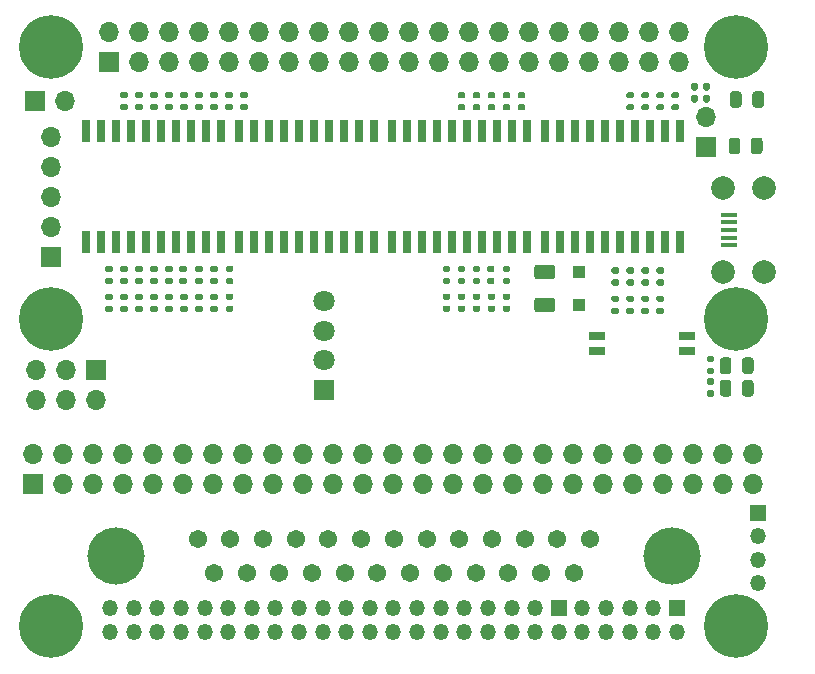
<source format=gts>
G04 #@! TF.GenerationSoftware,KiCad,Pcbnew,(5.1.9-16-g1737927814)-1*
G04 #@! TF.CreationDate,2021-08-01T21:15:59-05:00*
G04 #@! TF.ProjectId,rascsi_2p4,72617363-7369-45f3-9270-342e6b696361,rev?*
G04 #@! TF.SameCoordinates,Original*
G04 #@! TF.FileFunction,Soldermask,Top*
G04 #@! TF.FilePolarity,Negative*
%FSLAX46Y46*%
G04 Gerber Fmt 4.6, Leading zero omitted, Abs format (unit mm)*
G04 Created by KiCad (PCBNEW (5.1.9-16-g1737927814)-1) date 2021-08-01 21:15:59*
%MOMM*%
%LPD*%
G01*
G04 APERTURE LIST*
%ADD10C,1.800000*%
%ADD11R,1.800000X1.800000*%
%ADD12O,1.700000X1.700000*%
%ADD13R,1.700000X1.700000*%
%ADD14C,4.845000*%
%ADD15C,1.545000*%
%ADD16O,1.350000X1.350000*%
%ADD17R,1.350000X1.350000*%
%ADD18R,0.650000X1.950000*%
%ADD19C,2.000000*%
%ADD20R,1.400000X0.400000*%
%ADD21R,1.100000X1.100000*%
%ADD22C,0.800000*%
%ADD23C,5.400000*%
%ADD24R,1.425000X0.750000*%
G04 APERTURE END LIST*
D10*
X201110000Y-67500000D03*
X201110000Y-70000000D03*
X201110000Y-72500000D03*
D11*
X201110000Y-75000000D03*
D12*
X176730000Y-75840000D03*
X176730000Y-73300000D03*
X179270000Y-75840000D03*
X179270000Y-73300000D03*
X181810000Y-75840000D03*
D13*
X181810000Y-73300000D03*
D14*
X183481600Y-89050000D03*
X230521600Y-89050000D03*
D15*
X191766600Y-90470000D03*
X194536600Y-90470000D03*
X197306600Y-90470000D03*
X200076600Y-90470000D03*
X202846600Y-90470000D03*
X205616600Y-90470000D03*
X208386600Y-90470000D03*
X211156600Y-90470000D03*
X213926600Y-90470000D03*
X216696600Y-90470000D03*
X219466600Y-90470000D03*
X222236600Y-90470000D03*
X190381600Y-87630000D03*
X193151600Y-87630000D03*
X195921600Y-87630000D03*
X198691600Y-87630000D03*
X201461600Y-87630000D03*
X204231600Y-87630000D03*
X207001600Y-87630000D03*
X209771600Y-87630000D03*
X212541600Y-87630000D03*
X215311600Y-87630000D03*
X218081600Y-87630000D03*
X220851600Y-87630000D03*
X223621600Y-87630000D03*
D16*
X182972000Y-95488000D03*
X182972000Y-93488000D03*
X184972000Y-95488000D03*
X184972000Y-93488000D03*
X186972000Y-95488000D03*
X186972000Y-93488000D03*
X188972000Y-95488000D03*
X188972000Y-93488000D03*
X190972000Y-95488000D03*
X190972000Y-93488000D03*
X192972000Y-95488000D03*
X192972000Y-93488000D03*
X194972000Y-95488000D03*
X194972000Y-93488000D03*
X196972000Y-95488000D03*
X196972000Y-93488000D03*
X198972000Y-95488000D03*
X198972000Y-93488000D03*
X200972000Y-95488000D03*
X200972000Y-93488000D03*
X202972000Y-95488000D03*
X202972000Y-93488000D03*
X204972000Y-95488000D03*
X204972000Y-93488000D03*
X206972000Y-95488000D03*
X206972000Y-93488000D03*
X208972000Y-95488000D03*
X208972000Y-93488000D03*
X210972000Y-95488000D03*
X210972000Y-93488000D03*
X212972000Y-95488000D03*
X212972000Y-93488000D03*
X214972000Y-95488000D03*
X214972000Y-93488000D03*
X216972000Y-95488000D03*
X216972000Y-93488000D03*
X218972000Y-95488000D03*
X218972000Y-93488000D03*
X220972000Y-95488000D03*
D17*
X220972000Y-93488000D03*
D16*
X222972000Y-95488000D03*
X222972000Y-93488000D03*
X224972000Y-95488000D03*
X224972000Y-93488000D03*
X226972000Y-95488000D03*
X226972000Y-93488000D03*
X228972000Y-95488000D03*
X228972000Y-93488000D03*
X230972000Y-95488000D03*
D17*
X230972000Y-93488000D03*
D16*
X237830000Y-91392000D03*
X237830000Y-89392000D03*
X237830000Y-87392000D03*
D17*
X237830000Y-85392000D03*
G36*
G01*
X233622000Y-73138000D02*
X233992000Y-73138000D01*
G75*
G02*
X234127000Y-73273000I0J-135000D01*
G01*
X234127000Y-73543000D01*
G75*
G02*
X233992000Y-73678000I-135000J0D01*
G01*
X233622000Y-73678000D01*
G75*
G02*
X233487000Y-73543000I0J135000D01*
G01*
X233487000Y-73273000D01*
G75*
G02*
X233622000Y-73138000I135000J0D01*
G01*
G37*
G36*
G01*
X233622000Y-72118000D02*
X233992000Y-72118000D01*
G75*
G02*
X234127000Y-72253000I0J-135000D01*
G01*
X234127000Y-72523000D01*
G75*
G02*
X233992000Y-72658000I-135000J0D01*
G01*
X233622000Y-72658000D01*
G75*
G02*
X233487000Y-72523000I0J135000D01*
G01*
X233487000Y-72253000D01*
G75*
G02*
X233622000Y-72118000I135000J0D01*
G01*
G37*
G36*
G01*
X233622000Y-75043000D02*
X233992000Y-75043000D01*
G75*
G02*
X234127000Y-75178000I0J-135000D01*
G01*
X234127000Y-75448000D01*
G75*
G02*
X233992000Y-75583000I-135000J0D01*
G01*
X233622000Y-75583000D01*
G75*
G02*
X233487000Y-75448000I0J135000D01*
G01*
X233487000Y-75178000D01*
G75*
G02*
X233622000Y-75043000I135000J0D01*
G01*
G37*
G36*
G01*
X233622000Y-74023000D02*
X233992000Y-74023000D01*
G75*
G02*
X234127000Y-74158000I0J-135000D01*
G01*
X234127000Y-74428000D01*
G75*
G02*
X233992000Y-74563000I-135000J0D01*
G01*
X233622000Y-74563000D01*
G75*
G02*
X233487000Y-74428000I0J135000D01*
G01*
X233487000Y-74158000D01*
G75*
G02*
X233622000Y-74023000I135000J0D01*
G01*
G37*
G36*
G01*
X233198500Y-49524500D02*
X233198500Y-49154500D01*
G75*
G02*
X233333500Y-49019500I135000J0D01*
G01*
X233603500Y-49019500D01*
G75*
G02*
X233738500Y-49154500I0J-135000D01*
G01*
X233738500Y-49524500D01*
G75*
G02*
X233603500Y-49659500I-135000J0D01*
G01*
X233333500Y-49659500D01*
G75*
G02*
X233198500Y-49524500I0J135000D01*
G01*
G37*
G36*
G01*
X232178500Y-49524500D02*
X232178500Y-49154500D01*
G75*
G02*
X232313500Y-49019500I135000J0D01*
G01*
X232583500Y-49019500D01*
G75*
G02*
X232718500Y-49154500I0J-135000D01*
G01*
X232718500Y-49524500D01*
G75*
G02*
X232583500Y-49659500I-135000J0D01*
G01*
X232313500Y-49659500D01*
G75*
G02*
X232178500Y-49524500I0J135000D01*
G01*
G37*
G36*
G01*
X233198500Y-50540500D02*
X233198500Y-50170500D01*
G75*
G02*
X233333500Y-50035500I135000J0D01*
G01*
X233603500Y-50035500D01*
G75*
G02*
X233738500Y-50170500I0J-135000D01*
G01*
X233738500Y-50540500D01*
G75*
G02*
X233603500Y-50675500I-135000J0D01*
G01*
X233333500Y-50675500D01*
G75*
G02*
X233198500Y-50540500I0J135000D01*
G01*
G37*
G36*
G01*
X232178500Y-50540500D02*
X232178500Y-50170500D01*
G75*
G02*
X232313500Y-50035500I135000J0D01*
G01*
X232583500Y-50035500D01*
G75*
G02*
X232718500Y-50170500I0J-135000D01*
G01*
X232718500Y-50540500D01*
G75*
G02*
X232583500Y-50675500I-135000J0D01*
G01*
X232313500Y-50675500D01*
G75*
G02*
X232178500Y-50540500I0J135000D01*
G01*
G37*
G36*
G01*
X193282500Y-67387500D02*
X192912500Y-67387500D01*
G75*
G02*
X192777500Y-67252500I0J135000D01*
G01*
X192777500Y-66982500D01*
G75*
G02*
X192912500Y-66847500I135000J0D01*
G01*
X193282500Y-66847500D01*
G75*
G02*
X193417500Y-66982500I0J-135000D01*
G01*
X193417500Y-67252500D01*
G75*
G02*
X193282500Y-67387500I-135000J0D01*
G01*
G37*
G36*
G01*
X193282500Y-68407500D02*
X192912500Y-68407500D01*
G75*
G02*
X192777500Y-68272500I0J135000D01*
G01*
X192777500Y-68002500D01*
G75*
G02*
X192912500Y-67867500I135000J0D01*
G01*
X193282500Y-67867500D01*
G75*
G02*
X193417500Y-68002500I0J-135000D01*
G01*
X193417500Y-68272500D01*
G75*
G02*
X193282500Y-68407500I-135000J0D01*
G01*
G37*
G36*
G01*
X191955000Y-67387500D02*
X191585000Y-67387500D01*
G75*
G02*
X191450000Y-67252500I0J135000D01*
G01*
X191450000Y-66982500D01*
G75*
G02*
X191585000Y-66847500I135000J0D01*
G01*
X191955000Y-66847500D01*
G75*
G02*
X192090000Y-66982500I0J-135000D01*
G01*
X192090000Y-67252500D01*
G75*
G02*
X191955000Y-67387500I-135000J0D01*
G01*
G37*
G36*
G01*
X191955000Y-68407500D02*
X191585000Y-68407500D01*
G75*
G02*
X191450000Y-68272500I0J135000D01*
G01*
X191450000Y-68002500D01*
G75*
G02*
X191585000Y-67867500I135000J0D01*
G01*
X191955000Y-67867500D01*
G75*
G02*
X192090000Y-68002500I0J-135000D01*
G01*
X192090000Y-68272500D01*
G75*
G02*
X191955000Y-68407500I-135000J0D01*
G01*
G37*
G36*
G01*
X190685000Y-67387500D02*
X190315000Y-67387500D01*
G75*
G02*
X190180000Y-67252500I0J135000D01*
G01*
X190180000Y-66982500D01*
G75*
G02*
X190315000Y-66847500I135000J0D01*
G01*
X190685000Y-66847500D01*
G75*
G02*
X190820000Y-66982500I0J-135000D01*
G01*
X190820000Y-67252500D01*
G75*
G02*
X190685000Y-67387500I-135000J0D01*
G01*
G37*
G36*
G01*
X190685000Y-68407500D02*
X190315000Y-68407500D01*
G75*
G02*
X190180000Y-68272500I0J135000D01*
G01*
X190180000Y-68002500D01*
G75*
G02*
X190315000Y-67867500I135000J0D01*
G01*
X190685000Y-67867500D01*
G75*
G02*
X190820000Y-68002500I0J-135000D01*
G01*
X190820000Y-68272500D01*
G75*
G02*
X190685000Y-68407500I-135000J0D01*
G01*
G37*
G36*
G01*
X189415000Y-67387500D02*
X189045000Y-67387500D01*
G75*
G02*
X188910000Y-67252500I0J135000D01*
G01*
X188910000Y-66982500D01*
G75*
G02*
X189045000Y-66847500I135000J0D01*
G01*
X189415000Y-66847500D01*
G75*
G02*
X189550000Y-66982500I0J-135000D01*
G01*
X189550000Y-67252500D01*
G75*
G02*
X189415000Y-67387500I-135000J0D01*
G01*
G37*
G36*
G01*
X189415000Y-68407500D02*
X189045000Y-68407500D01*
G75*
G02*
X188910000Y-68272500I0J135000D01*
G01*
X188910000Y-68002500D01*
G75*
G02*
X189045000Y-67867500I135000J0D01*
G01*
X189415000Y-67867500D01*
G75*
G02*
X189550000Y-68002500I0J-135000D01*
G01*
X189550000Y-68272500D01*
G75*
G02*
X189415000Y-68407500I-135000J0D01*
G01*
G37*
G36*
G01*
X188145000Y-67387500D02*
X187775000Y-67387500D01*
G75*
G02*
X187640000Y-67252500I0J135000D01*
G01*
X187640000Y-66982500D01*
G75*
G02*
X187775000Y-66847500I135000J0D01*
G01*
X188145000Y-66847500D01*
G75*
G02*
X188280000Y-66982500I0J-135000D01*
G01*
X188280000Y-67252500D01*
G75*
G02*
X188145000Y-67387500I-135000J0D01*
G01*
G37*
G36*
G01*
X188145000Y-68407500D02*
X187775000Y-68407500D01*
G75*
G02*
X187640000Y-68272500I0J135000D01*
G01*
X187640000Y-68002500D01*
G75*
G02*
X187775000Y-67867500I135000J0D01*
G01*
X188145000Y-67867500D01*
G75*
G02*
X188280000Y-68002500I0J-135000D01*
G01*
X188280000Y-68272500D01*
G75*
G02*
X188145000Y-68407500I-135000J0D01*
G01*
G37*
G36*
G01*
X186875000Y-67387500D02*
X186505000Y-67387500D01*
G75*
G02*
X186370000Y-67252500I0J135000D01*
G01*
X186370000Y-66982500D01*
G75*
G02*
X186505000Y-66847500I135000J0D01*
G01*
X186875000Y-66847500D01*
G75*
G02*
X187010000Y-66982500I0J-135000D01*
G01*
X187010000Y-67252500D01*
G75*
G02*
X186875000Y-67387500I-135000J0D01*
G01*
G37*
G36*
G01*
X186875000Y-68407500D02*
X186505000Y-68407500D01*
G75*
G02*
X186370000Y-68272500I0J135000D01*
G01*
X186370000Y-68002500D01*
G75*
G02*
X186505000Y-67867500I135000J0D01*
G01*
X186875000Y-67867500D01*
G75*
G02*
X187010000Y-68002500I0J-135000D01*
G01*
X187010000Y-68272500D01*
G75*
G02*
X186875000Y-68407500I-135000J0D01*
G01*
G37*
G36*
G01*
X185605000Y-67387500D02*
X185235000Y-67387500D01*
G75*
G02*
X185100000Y-67252500I0J135000D01*
G01*
X185100000Y-66982500D01*
G75*
G02*
X185235000Y-66847500I135000J0D01*
G01*
X185605000Y-66847500D01*
G75*
G02*
X185740000Y-66982500I0J-135000D01*
G01*
X185740000Y-67252500D01*
G75*
G02*
X185605000Y-67387500I-135000J0D01*
G01*
G37*
G36*
G01*
X185605000Y-68407500D02*
X185235000Y-68407500D01*
G75*
G02*
X185100000Y-68272500I0J135000D01*
G01*
X185100000Y-68002500D01*
G75*
G02*
X185235000Y-67867500I135000J0D01*
G01*
X185605000Y-67867500D01*
G75*
G02*
X185740000Y-68002500I0J-135000D01*
G01*
X185740000Y-68272500D01*
G75*
G02*
X185605000Y-68407500I-135000J0D01*
G01*
G37*
G36*
G01*
X184335000Y-67387500D02*
X183965000Y-67387500D01*
G75*
G02*
X183830000Y-67252500I0J135000D01*
G01*
X183830000Y-66982500D01*
G75*
G02*
X183965000Y-66847500I135000J0D01*
G01*
X184335000Y-66847500D01*
G75*
G02*
X184470000Y-66982500I0J-135000D01*
G01*
X184470000Y-67252500D01*
G75*
G02*
X184335000Y-67387500I-135000J0D01*
G01*
G37*
G36*
G01*
X184335000Y-68407500D02*
X183965000Y-68407500D01*
G75*
G02*
X183830000Y-68272500I0J135000D01*
G01*
X183830000Y-68002500D01*
G75*
G02*
X183965000Y-67867500I135000J0D01*
G01*
X184335000Y-67867500D01*
G75*
G02*
X184470000Y-68002500I0J-135000D01*
G01*
X184470000Y-68272500D01*
G75*
G02*
X184335000Y-68407500I-135000J0D01*
G01*
G37*
G36*
G01*
X183065000Y-67387500D02*
X182695000Y-67387500D01*
G75*
G02*
X182560000Y-67252500I0J135000D01*
G01*
X182560000Y-66982500D01*
G75*
G02*
X182695000Y-66847500I135000J0D01*
G01*
X183065000Y-66847500D01*
G75*
G02*
X183200000Y-66982500I0J-135000D01*
G01*
X183200000Y-67252500D01*
G75*
G02*
X183065000Y-67387500I-135000J0D01*
G01*
G37*
G36*
G01*
X183065000Y-68407500D02*
X182695000Y-68407500D01*
G75*
G02*
X182560000Y-68272500I0J135000D01*
G01*
X182560000Y-68002500D01*
G75*
G02*
X182695000Y-67867500I135000J0D01*
G01*
X183065000Y-67867500D01*
G75*
G02*
X183200000Y-68002500I0J-135000D01*
G01*
X183200000Y-68272500D01*
G75*
G02*
X183065000Y-68407500I-135000J0D01*
G01*
G37*
G36*
G01*
X216720000Y-67387500D02*
X216350000Y-67387500D01*
G75*
G02*
X216215000Y-67252500I0J135000D01*
G01*
X216215000Y-66982500D01*
G75*
G02*
X216350000Y-66847500I135000J0D01*
G01*
X216720000Y-66847500D01*
G75*
G02*
X216855000Y-66982500I0J-135000D01*
G01*
X216855000Y-67252500D01*
G75*
G02*
X216720000Y-67387500I-135000J0D01*
G01*
G37*
G36*
G01*
X216720000Y-68407500D02*
X216350000Y-68407500D01*
G75*
G02*
X216215000Y-68272500I0J135000D01*
G01*
X216215000Y-68002500D01*
G75*
G02*
X216350000Y-67867500I135000J0D01*
G01*
X216720000Y-67867500D01*
G75*
G02*
X216855000Y-68002500I0J-135000D01*
G01*
X216855000Y-68272500D01*
G75*
G02*
X216720000Y-68407500I-135000J0D01*
G01*
G37*
G36*
G01*
X215450000Y-67387500D02*
X215080000Y-67387500D01*
G75*
G02*
X214945000Y-67252500I0J135000D01*
G01*
X214945000Y-66982500D01*
G75*
G02*
X215080000Y-66847500I135000J0D01*
G01*
X215450000Y-66847500D01*
G75*
G02*
X215585000Y-66982500I0J-135000D01*
G01*
X215585000Y-67252500D01*
G75*
G02*
X215450000Y-67387500I-135000J0D01*
G01*
G37*
G36*
G01*
X215450000Y-68407500D02*
X215080000Y-68407500D01*
G75*
G02*
X214945000Y-68272500I0J135000D01*
G01*
X214945000Y-68002500D01*
G75*
G02*
X215080000Y-67867500I135000J0D01*
G01*
X215450000Y-67867500D01*
G75*
G02*
X215585000Y-68002500I0J-135000D01*
G01*
X215585000Y-68272500D01*
G75*
G02*
X215450000Y-68407500I-135000J0D01*
G01*
G37*
G36*
G01*
X214180000Y-67387500D02*
X213810000Y-67387500D01*
G75*
G02*
X213675000Y-67252500I0J135000D01*
G01*
X213675000Y-66982500D01*
G75*
G02*
X213810000Y-66847500I135000J0D01*
G01*
X214180000Y-66847500D01*
G75*
G02*
X214315000Y-66982500I0J-135000D01*
G01*
X214315000Y-67252500D01*
G75*
G02*
X214180000Y-67387500I-135000J0D01*
G01*
G37*
G36*
G01*
X214180000Y-68407500D02*
X213810000Y-68407500D01*
G75*
G02*
X213675000Y-68272500I0J135000D01*
G01*
X213675000Y-68002500D01*
G75*
G02*
X213810000Y-67867500I135000J0D01*
G01*
X214180000Y-67867500D01*
G75*
G02*
X214315000Y-68002500I0J-135000D01*
G01*
X214315000Y-68272500D01*
G75*
G02*
X214180000Y-68407500I-135000J0D01*
G01*
G37*
G36*
G01*
X212910000Y-67387500D02*
X212540000Y-67387500D01*
G75*
G02*
X212405000Y-67252500I0J135000D01*
G01*
X212405000Y-66982500D01*
G75*
G02*
X212540000Y-66847500I135000J0D01*
G01*
X212910000Y-66847500D01*
G75*
G02*
X213045000Y-66982500I0J-135000D01*
G01*
X213045000Y-67252500D01*
G75*
G02*
X212910000Y-67387500I-135000J0D01*
G01*
G37*
G36*
G01*
X212910000Y-68407500D02*
X212540000Y-68407500D01*
G75*
G02*
X212405000Y-68272500I0J135000D01*
G01*
X212405000Y-68002500D01*
G75*
G02*
X212540000Y-67867500I135000J0D01*
G01*
X212910000Y-67867500D01*
G75*
G02*
X213045000Y-68002500I0J-135000D01*
G01*
X213045000Y-68272500D01*
G75*
G02*
X212910000Y-68407500I-135000J0D01*
G01*
G37*
G36*
G01*
X211640000Y-67387500D02*
X211270000Y-67387500D01*
G75*
G02*
X211135000Y-67252500I0J135000D01*
G01*
X211135000Y-66982500D01*
G75*
G02*
X211270000Y-66847500I135000J0D01*
G01*
X211640000Y-66847500D01*
G75*
G02*
X211775000Y-66982500I0J-135000D01*
G01*
X211775000Y-67252500D01*
G75*
G02*
X211640000Y-67387500I-135000J0D01*
G01*
G37*
G36*
G01*
X211640000Y-68407500D02*
X211270000Y-68407500D01*
G75*
G02*
X211135000Y-68272500I0J135000D01*
G01*
X211135000Y-68002500D01*
G75*
G02*
X211270000Y-67867500I135000J0D01*
G01*
X211640000Y-67867500D01*
G75*
G02*
X211775000Y-68002500I0J-135000D01*
G01*
X211775000Y-68272500D01*
G75*
G02*
X211640000Y-68407500I-135000J0D01*
G01*
G37*
G36*
G01*
X229737500Y-67562501D02*
X229367500Y-67562501D01*
G75*
G02*
X229232500Y-67427501I0J135000D01*
G01*
X229232500Y-67157501D01*
G75*
G02*
X229367500Y-67022501I135000J0D01*
G01*
X229737500Y-67022501D01*
G75*
G02*
X229872500Y-67157501I0J-135000D01*
G01*
X229872500Y-67427501D01*
G75*
G02*
X229737500Y-67562501I-135000J0D01*
G01*
G37*
G36*
G01*
X229737500Y-68582501D02*
X229367500Y-68582501D01*
G75*
G02*
X229232500Y-68447501I0J135000D01*
G01*
X229232500Y-68177501D01*
G75*
G02*
X229367500Y-68042501I135000J0D01*
G01*
X229737500Y-68042501D01*
G75*
G02*
X229872500Y-68177501I0J-135000D01*
G01*
X229872500Y-68447501D01*
G75*
G02*
X229737500Y-68582501I-135000J0D01*
G01*
G37*
G36*
G01*
X228467500Y-67562501D02*
X228097500Y-67562501D01*
G75*
G02*
X227962500Y-67427501I0J135000D01*
G01*
X227962500Y-67157501D01*
G75*
G02*
X228097500Y-67022501I135000J0D01*
G01*
X228467500Y-67022501D01*
G75*
G02*
X228602500Y-67157501I0J-135000D01*
G01*
X228602500Y-67427501D01*
G75*
G02*
X228467500Y-67562501I-135000J0D01*
G01*
G37*
G36*
G01*
X228467500Y-68582501D02*
X228097500Y-68582501D01*
G75*
G02*
X227962500Y-68447501I0J135000D01*
G01*
X227962500Y-68177501D01*
G75*
G02*
X228097500Y-68042501I135000J0D01*
G01*
X228467500Y-68042501D01*
G75*
G02*
X228602500Y-68177501I0J-135000D01*
G01*
X228602500Y-68447501D01*
G75*
G02*
X228467500Y-68582501I-135000J0D01*
G01*
G37*
G36*
G01*
X227197500Y-67562501D02*
X226827500Y-67562501D01*
G75*
G02*
X226692500Y-67427501I0J135000D01*
G01*
X226692500Y-67157501D01*
G75*
G02*
X226827500Y-67022501I135000J0D01*
G01*
X227197500Y-67022501D01*
G75*
G02*
X227332500Y-67157501I0J-135000D01*
G01*
X227332500Y-67427501D01*
G75*
G02*
X227197500Y-67562501I-135000J0D01*
G01*
G37*
G36*
G01*
X227197500Y-68582501D02*
X226827500Y-68582501D01*
G75*
G02*
X226692500Y-68447501I0J135000D01*
G01*
X226692500Y-68177501D01*
G75*
G02*
X226827500Y-68042501I135000J0D01*
G01*
X227197500Y-68042501D01*
G75*
G02*
X227332500Y-68177501I0J-135000D01*
G01*
X227332500Y-68447501D01*
G75*
G02*
X227197500Y-68582501I-135000J0D01*
G01*
G37*
G36*
G01*
X225927500Y-67562501D02*
X225557500Y-67562501D01*
G75*
G02*
X225422500Y-67427501I0J135000D01*
G01*
X225422500Y-67157501D01*
G75*
G02*
X225557500Y-67022501I135000J0D01*
G01*
X225927500Y-67022501D01*
G75*
G02*
X226062500Y-67157501I0J-135000D01*
G01*
X226062500Y-67427501D01*
G75*
G02*
X225927500Y-67562501I-135000J0D01*
G01*
G37*
G36*
G01*
X225927500Y-68582501D02*
X225557500Y-68582501D01*
G75*
G02*
X225422500Y-68447501I0J135000D01*
G01*
X225422500Y-68177501D01*
G75*
G02*
X225557500Y-68042501I135000J0D01*
G01*
X225927500Y-68042501D01*
G75*
G02*
X226062500Y-68177501I0J-135000D01*
G01*
X226062500Y-68447501D01*
G75*
G02*
X225927500Y-68582501I-135000J0D01*
G01*
G37*
G36*
G01*
X192912500Y-65518000D02*
X193282500Y-65518000D01*
G75*
G02*
X193417500Y-65653000I0J-135000D01*
G01*
X193417500Y-65923000D01*
G75*
G02*
X193282500Y-66058000I-135000J0D01*
G01*
X192912500Y-66058000D01*
G75*
G02*
X192777500Y-65923000I0J135000D01*
G01*
X192777500Y-65653000D01*
G75*
G02*
X192912500Y-65518000I135000J0D01*
G01*
G37*
G36*
G01*
X192912500Y-64498000D02*
X193282500Y-64498000D01*
G75*
G02*
X193417500Y-64633000I0J-135000D01*
G01*
X193417500Y-64903000D01*
G75*
G02*
X193282500Y-65038000I-135000J0D01*
G01*
X192912500Y-65038000D01*
G75*
G02*
X192777500Y-64903000I0J135000D01*
G01*
X192777500Y-64633000D01*
G75*
G02*
X192912500Y-64498000I135000J0D01*
G01*
G37*
G36*
G01*
X191585000Y-65518000D02*
X191955000Y-65518000D01*
G75*
G02*
X192090000Y-65653000I0J-135000D01*
G01*
X192090000Y-65923000D01*
G75*
G02*
X191955000Y-66058000I-135000J0D01*
G01*
X191585000Y-66058000D01*
G75*
G02*
X191450000Y-65923000I0J135000D01*
G01*
X191450000Y-65653000D01*
G75*
G02*
X191585000Y-65518000I135000J0D01*
G01*
G37*
G36*
G01*
X191585000Y-64498000D02*
X191955000Y-64498000D01*
G75*
G02*
X192090000Y-64633000I0J-135000D01*
G01*
X192090000Y-64903000D01*
G75*
G02*
X191955000Y-65038000I-135000J0D01*
G01*
X191585000Y-65038000D01*
G75*
G02*
X191450000Y-64903000I0J135000D01*
G01*
X191450000Y-64633000D01*
G75*
G02*
X191585000Y-64498000I135000J0D01*
G01*
G37*
G36*
G01*
X190315000Y-65518000D02*
X190685000Y-65518000D01*
G75*
G02*
X190820000Y-65653000I0J-135000D01*
G01*
X190820000Y-65923000D01*
G75*
G02*
X190685000Y-66058000I-135000J0D01*
G01*
X190315000Y-66058000D01*
G75*
G02*
X190180000Y-65923000I0J135000D01*
G01*
X190180000Y-65653000D01*
G75*
G02*
X190315000Y-65518000I135000J0D01*
G01*
G37*
G36*
G01*
X190315000Y-64498000D02*
X190685000Y-64498000D01*
G75*
G02*
X190820000Y-64633000I0J-135000D01*
G01*
X190820000Y-64903000D01*
G75*
G02*
X190685000Y-65038000I-135000J0D01*
G01*
X190315000Y-65038000D01*
G75*
G02*
X190180000Y-64903000I0J135000D01*
G01*
X190180000Y-64633000D01*
G75*
G02*
X190315000Y-64498000I135000J0D01*
G01*
G37*
G36*
G01*
X188981500Y-65518000D02*
X189351500Y-65518000D01*
G75*
G02*
X189486500Y-65653000I0J-135000D01*
G01*
X189486500Y-65923000D01*
G75*
G02*
X189351500Y-66058000I-135000J0D01*
G01*
X188981500Y-66058000D01*
G75*
G02*
X188846500Y-65923000I0J135000D01*
G01*
X188846500Y-65653000D01*
G75*
G02*
X188981500Y-65518000I135000J0D01*
G01*
G37*
G36*
G01*
X188981500Y-64498000D02*
X189351500Y-64498000D01*
G75*
G02*
X189486500Y-64633000I0J-135000D01*
G01*
X189486500Y-64903000D01*
G75*
G02*
X189351500Y-65038000I-135000J0D01*
G01*
X188981500Y-65038000D01*
G75*
G02*
X188846500Y-64903000I0J135000D01*
G01*
X188846500Y-64633000D01*
G75*
G02*
X188981500Y-64498000I135000J0D01*
G01*
G37*
G36*
G01*
X187775000Y-65518000D02*
X188145000Y-65518000D01*
G75*
G02*
X188280000Y-65653000I0J-135000D01*
G01*
X188280000Y-65923000D01*
G75*
G02*
X188145000Y-66058000I-135000J0D01*
G01*
X187775000Y-66058000D01*
G75*
G02*
X187640000Y-65923000I0J135000D01*
G01*
X187640000Y-65653000D01*
G75*
G02*
X187775000Y-65518000I135000J0D01*
G01*
G37*
G36*
G01*
X187775000Y-64498000D02*
X188145000Y-64498000D01*
G75*
G02*
X188280000Y-64633000I0J-135000D01*
G01*
X188280000Y-64903000D01*
G75*
G02*
X188145000Y-65038000I-135000J0D01*
G01*
X187775000Y-65038000D01*
G75*
G02*
X187640000Y-64903000I0J135000D01*
G01*
X187640000Y-64633000D01*
G75*
G02*
X187775000Y-64498000I135000J0D01*
G01*
G37*
G36*
G01*
X186505000Y-65518000D02*
X186875000Y-65518000D01*
G75*
G02*
X187010000Y-65653000I0J-135000D01*
G01*
X187010000Y-65923000D01*
G75*
G02*
X186875000Y-66058000I-135000J0D01*
G01*
X186505000Y-66058000D01*
G75*
G02*
X186370000Y-65923000I0J135000D01*
G01*
X186370000Y-65653000D01*
G75*
G02*
X186505000Y-65518000I135000J0D01*
G01*
G37*
G36*
G01*
X186505000Y-64498000D02*
X186875000Y-64498000D01*
G75*
G02*
X187010000Y-64633000I0J-135000D01*
G01*
X187010000Y-64903000D01*
G75*
G02*
X186875000Y-65038000I-135000J0D01*
G01*
X186505000Y-65038000D01*
G75*
G02*
X186370000Y-64903000I0J135000D01*
G01*
X186370000Y-64633000D01*
G75*
G02*
X186505000Y-64498000I135000J0D01*
G01*
G37*
G36*
G01*
X185235000Y-65518000D02*
X185605000Y-65518000D01*
G75*
G02*
X185740000Y-65653000I0J-135000D01*
G01*
X185740000Y-65923000D01*
G75*
G02*
X185605000Y-66058000I-135000J0D01*
G01*
X185235000Y-66058000D01*
G75*
G02*
X185100000Y-65923000I0J135000D01*
G01*
X185100000Y-65653000D01*
G75*
G02*
X185235000Y-65518000I135000J0D01*
G01*
G37*
G36*
G01*
X185235000Y-64498000D02*
X185605000Y-64498000D01*
G75*
G02*
X185740000Y-64633000I0J-135000D01*
G01*
X185740000Y-64903000D01*
G75*
G02*
X185605000Y-65038000I-135000J0D01*
G01*
X185235000Y-65038000D01*
G75*
G02*
X185100000Y-64903000I0J135000D01*
G01*
X185100000Y-64633000D01*
G75*
G02*
X185235000Y-64498000I135000J0D01*
G01*
G37*
G36*
G01*
X183965000Y-65518000D02*
X184335000Y-65518000D01*
G75*
G02*
X184470000Y-65653000I0J-135000D01*
G01*
X184470000Y-65923000D01*
G75*
G02*
X184335000Y-66058000I-135000J0D01*
G01*
X183965000Y-66058000D01*
G75*
G02*
X183830000Y-65923000I0J135000D01*
G01*
X183830000Y-65653000D01*
G75*
G02*
X183965000Y-65518000I135000J0D01*
G01*
G37*
G36*
G01*
X183965000Y-64498000D02*
X184335000Y-64498000D01*
G75*
G02*
X184470000Y-64633000I0J-135000D01*
G01*
X184470000Y-64903000D01*
G75*
G02*
X184335000Y-65038000I-135000J0D01*
G01*
X183965000Y-65038000D01*
G75*
G02*
X183830000Y-64903000I0J135000D01*
G01*
X183830000Y-64633000D01*
G75*
G02*
X183965000Y-64498000I135000J0D01*
G01*
G37*
G36*
G01*
X182695000Y-65518000D02*
X183065000Y-65518000D01*
G75*
G02*
X183200000Y-65653000I0J-135000D01*
G01*
X183200000Y-65923000D01*
G75*
G02*
X183065000Y-66058000I-135000J0D01*
G01*
X182695000Y-66058000D01*
G75*
G02*
X182560000Y-65923000I0J135000D01*
G01*
X182560000Y-65653000D01*
G75*
G02*
X182695000Y-65518000I135000J0D01*
G01*
G37*
G36*
G01*
X182695000Y-64498000D02*
X183065000Y-64498000D01*
G75*
G02*
X183200000Y-64633000I0J-135000D01*
G01*
X183200000Y-64903000D01*
G75*
G02*
X183065000Y-65038000I-135000J0D01*
G01*
X182695000Y-65038000D01*
G75*
G02*
X182560000Y-64903000I0J135000D01*
G01*
X182560000Y-64633000D01*
G75*
G02*
X182695000Y-64498000I135000J0D01*
G01*
G37*
G36*
G01*
X216350000Y-65518000D02*
X216720000Y-65518000D01*
G75*
G02*
X216855000Y-65653000I0J-135000D01*
G01*
X216855000Y-65923000D01*
G75*
G02*
X216720000Y-66058000I-135000J0D01*
G01*
X216350000Y-66058000D01*
G75*
G02*
X216215000Y-65923000I0J135000D01*
G01*
X216215000Y-65653000D01*
G75*
G02*
X216350000Y-65518000I135000J0D01*
G01*
G37*
G36*
G01*
X216350000Y-64498000D02*
X216720000Y-64498000D01*
G75*
G02*
X216855000Y-64633000I0J-135000D01*
G01*
X216855000Y-64903000D01*
G75*
G02*
X216720000Y-65038000I-135000J0D01*
G01*
X216350000Y-65038000D01*
G75*
G02*
X216215000Y-64903000I0J135000D01*
G01*
X216215000Y-64633000D01*
G75*
G02*
X216350000Y-64498000I135000J0D01*
G01*
G37*
G36*
G01*
X215016500Y-65518000D02*
X215386500Y-65518000D01*
G75*
G02*
X215521500Y-65653000I0J-135000D01*
G01*
X215521500Y-65923000D01*
G75*
G02*
X215386500Y-66058000I-135000J0D01*
G01*
X215016500Y-66058000D01*
G75*
G02*
X214881500Y-65923000I0J135000D01*
G01*
X214881500Y-65653000D01*
G75*
G02*
X215016500Y-65518000I135000J0D01*
G01*
G37*
G36*
G01*
X215016500Y-64498000D02*
X215386500Y-64498000D01*
G75*
G02*
X215521500Y-64633000I0J-135000D01*
G01*
X215521500Y-64903000D01*
G75*
G02*
X215386500Y-65038000I-135000J0D01*
G01*
X215016500Y-65038000D01*
G75*
G02*
X214881500Y-64903000I0J135000D01*
G01*
X214881500Y-64633000D01*
G75*
G02*
X215016500Y-64498000I135000J0D01*
G01*
G37*
G36*
G01*
X213810000Y-65518000D02*
X214180000Y-65518000D01*
G75*
G02*
X214315000Y-65653000I0J-135000D01*
G01*
X214315000Y-65923000D01*
G75*
G02*
X214180000Y-66058000I-135000J0D01*
G01*
X213810000Y-66058000D01*
G75*
G02*
X213675000Y-65923000I0J135000D01*
G01*
X213675000Y-65653000D01*
G75*
G02*
X213810000Y-65518000I135000J0D01*
G01*
G37*
G36*
G01*
X213810000Y-64498000D02*
X214180000Y-64498000D01*
G75*
G02*
X214315000Y-64633000I0J-135000D01*
G01*
X214315000Y-64903000D01*
G75*
G02*
X214180000Y-65038000I-135000J0D01*
G01*
X213810000Y-65038000D01*
G75*
G02*
X213675000Y-64903000I0J135000D01*
G01*
X213675000Y-64633000D01*
G75*
G02*
X213810000Y-64498000I135000J0D01*
G01*
G37*
G36*
G01*
X212540000Y-65518000D02*
X212910000Y-65518000D01*
G75*
G02*
X213045000Y-65653000I0J-135000D01*
G01*
X213045000Y-65923000D01*
G75*
G02*
X212910000Y-66058000I-135000J0D01*
G01*
X212540000Y-66058000D01*
G75*
G02*
X212405000Y-65923000I0J135000D01*
G01*
X212405000Y-65653000D01*
G75*
G02*
X212540000Y-65518000I135000J0D01*
G01*
G37*
G36*
G01*
X212540000Y-64498000D02*
X212910000Y-64498000D01*
G75*
G02*
X213045000Y-64633000I0J-135000D01*
G01*
X213045000Y-64903000D01*
G75*
G02*
X212910000Y-65038000I-135000J0D01*
G01*
X212540000Y-65038000D01*
G75*
G02*
X212405000Y-64903000I0J135000D01*
G01*
X212405000Y-64633000D01*
G75*
G02*
X212540000Y-64498000I135000J0D01*
G01*
G37*
G36*
G01*
X211270000Y-65518000D02*
X211640000Y-65518000D01*
G75*
G02*
X211775000Y-65653000I0J-135000D01*
G01*
X211775000Y-65923000D01*
G75*
G02*
X211640000Y-66058000I-135000J0D01*
G01*
X211270000Y-66058000D01*
G75*
G02*
X211135000Y-65923000I0J135000D01*
G01*
X211135000Y-65653000D01*
G75*
G02*
X211270000Y-65518000I135000J0D01*
G01*
G37*
G36*
G01*
X211270000Y-64498000D02*
X211640000Y-64498000D01*
G75*
G02*
X211775000Y-64633000I0J-135000D01*
G01*
X211775000Y-64903000D01*
G75*
G02*
X211640000Y-65038000I-135000J0D01*
G01*
X211270000Y-65038000D01*
G75*
G02*
X211135000Y-64903000I0J135000D01*
G01*
X211135000Y-64633000D01*
G75*
G02*
X211270000Y-64498000I135000J0D01*
G01*
G37*
G36*
G01*
X229367500Y-65645000D02*
X229737500Y-65645000D01*
G75*
G02*
X229872500Y-65780000I0J-135000D01*
G01*
X229872500Y-66050000D01*
G75*
G02*
X229737500Y-66185000I-135000J0D01*
G01*
X229367500Y-66185000D01*
G75*
G02*
X229232500Y-66050000I0J135000D01*
G01*
X229232500Y-65780000D01*
G75*
G02*
X229367500Y-65645000I135000J0D01*
G01*
G37*
G36*
G01*
X229367500Y-64625000D02*
X229737500Y-64625000D01*
G75*
G02*
X229872500Y-64760000I0J-135000D01*
G01*
X229872500Y-65030000D01*
G75*
G02*
X229737500Y-65165000I-135000J0D01*
G01*
X229367500Y-65165000D01*
G75*
G02*
X229232500Y-65030000I0J135000D01*
G01*
X229232500Y-64760000D01*
G75*
G02*
X229367500Y-64625000I135000J0D01*
G01*
G37*
G36*
G01*
X228097500Y-65645000D02*
X228467500Y-65645000D01*
G75*
G02*
X228602500Y-65780000I0J-135000D01*
G01*
X228602500Y-66050000D01*
G75*
G02*
X228467500Y-66185000I-135000J0D01*
G01*
X228097500Y-66185000D01*
G75*
G02*
X227962500Y-66050000I0J135000D01*
G01*
X227962500Y-65780000D01*
G75*
G02*
X228097500Y-65645000I135000J0D01*
G01*
G37*
G36*
G01*
X228097500Y-64625000D02*
X228467500Y-64625000D01*
G75*
G02*
X228602500Y-64760000I0J-135000D01*
G01*
X228602500Y-65030000D01*
G75*
G02*
X228467500Y-65165000I-135000J0D01*
G01*
X228097500Y-65165000D01*
G75*
G02*
X227962500Y-65030000I0J135000D01*
G01*
X227962500Y-64760000D01*
G75*
G02*
X228097500Y-64625000I135000J0D01*
G01*
G37*
G36*
G01*
X226827500Y-65645000D02*
X227197500Y-65645000D01*
G75*
G02*
X227332500Y-65780000I0J-135000D01*
G01*
X227332500Y-66050000D01*
G75*
G02*
X227197500Y-66185000I-135000J0D01*
G01*
X226827500Y-66185000D01*
G75*
G02*
X226692500Y-66050000I0J135000D01*
G01*
X226692500Y-65780000D01*
G75*
G02*
X226827500Y-65645000I135000J0D01*
G01*
G37*
G36*
G01*
X226827500Y-64625000D02*
X227197500Y-64625000D01*
G75*
G02*
X227332500Y-64760000I0J-135000D01*
G01*
X227332500Y-65030000D01*
G75*
G02*
X227197500Y-65165000I-135000J0D01*
G01*
X226827500Y-65165000D01*
G75*
G02*
X226692500Y-65030000I0J135000D01*
G01*
X226692500Y-64760000D01*
G75*
G02*
X226827500Y-64625000I135000J0D01*
G01*
G37*
G36*
G01*
X225557500Y-65645000D02*
X225927500Y-65645000D01*
G75*
G02*
X226062500Y-65780000I0J-135000D01*
G01*
X226062500Y-66050000D01*
G75*
G02*
X225927500Y-66185000I-135000J0D01*
G01*
X225557500Y-66185000D01*
G75*
G02*
X225422500Y-66050000I0J135000D01*
G01*
X225422500Y-65780000D01*
G75*
G02*
X225557500Y-65645000I135000J0D01*
G01*
G37*
G36*
G01*
X225557500Y-64625000D02*
X225927500Y-64625000D01*
G75*
G02*
X226062500Y-64760000I0J-135000D01*
G01*
X226062500Y-65030000D01*
G75*
G02*
X225927500Y-65165000I-135000J0D01*
G01*
X225557500Y-65165000D01*
G75*
G02*
X225422500Y-65030000I0J135000D01*
G01*
X225422500Y-64760000D01*
G75*
G02*
X225557500Y-64625000I135000J0D01*
G01*
G37*
G36*
G01*
X194125000Y-50809000D02*
X194495000Y-50809000D01*
G75*
G02*
X194630000Y-50944000I0J-135000D01*
G01*
X194630000Y-51214000D01*
G75*
G02*
X194495000Y-51349000I-135000J0D01*
G01*
X194125000Y-51349000D01*
G75*
G02*
X193990000Y-51214000I0J135000D01*
G01*
X193990000Y-50944000D01*
G75*
G02*
X194125000Y-50809000I135000J0D01*
G01*
G37*
G36*
G01*
X194125000Y-49789000D02*
X194495000Y-49789000D01*
G75*
G02*
X194630000Y-49924000I0J-135000D01*
G01*
X194630000Y-50194000D01*
G75*
G02*
X194495000Y-50329000I-135000J0D01*
G01*
X194125000Y-50329000D01*
G75*
G02*
X193990000Y-50194000I0J135000D01*
G01*
X193990000Y-49924000D01*
G75*
G02*
X194125000Y-49789000I135000J0D01*
G01*
G37*
G36*
G01*
X192855000Y-50809000D02*
X193225000Y-50809000D01*
G75*
G02*
X193360000Y-50944000I0J-135000D01*
G01*
X193360000Y-51214000D01*
G75*
G02*
X193225000Y-51349000I-135000J0D01*
G01*
X192855000Y-51349000D01*
G75*
G02*
X192720000Y-51214000I0J135000D01*
G01*
X192720000Y-50944000D01*
G75*
G02*
X192855000Y-50809000I135000J0D01*
G01*
G37*
G36*
G01*
X192855000Y-49789000D02*
X193225000Y-49789000D01*
G75*
G02*
X193360000Y-49924000I0J-135000D01*
G01*
X193360000Y-50194000D01*
G75*
G02*
X193225000Y-50329000I-135000J0D01*
G01*
X192855000Y-50329000D01*
G75*
G02*
X192720000Y-50194000I0J135000D01*
G01*
X192720000Y-49924000D01*
G75*
G02*
X192855000Y-49789000I135000J0D01*
G01*
G37*
G36*
G01*
X191585000Y-50809000D02*
X191955000Y-50809000D01*
G75*
G02*
X192090000Y-50944000I0J-135000D01*
G01*
X192090000Y-51214000D01*
G75*
G02*
X191955000Y-51349000I-135000J0D01*
G01*
X191585000Y-51349000D01*
G75*
G02*
X191450000Y-51214000I0J135000D01*
G01*
X191450000Y-50944000D01*
G75*
G02*
X191585000Y-50809000I135000J0D01*
G01*
G37*
G36*
G01*
X191585000Y-49789000D02*
X191955000Y-49789000D01*
G75*
G02*
X192090000Y-49924000I0J-135000D01*
G01*
X192090000Y-50194000D01*
G75*
G02*
X191955000Y-50329000I-135000J0D01*
G01*
X191585000Y-50329000D01*
G75*
G02*
X191450000Y-50194000I0J135000D01*
G01*
X191450000Y-49924000D01*
G75*
G02*
X191585000Y-49789000I135000J0D01*
G01*
G37*
G36*
G01*
X190315000Y-50809000D02*
X190685000Y-50809000D01*
G75*
G02*
X190820000Y-50944000I0J-135000D01*
G01*
X190820000Y-51214000D01*
G75*
G02*
X190685000Y-51349000I-135000J0D01*
G01*
X190315000Y-51349000D01*
G75*
G02*
X190180000Y-51214000I0J135000D01*
G01*
X190180000Y-50944000D01*
G75*
G02*
X190315000Y-50809000I135000J0D01*
G01*
G37*
G36*
G01*
X190315000Y-49789000D02*
X190685000Y-49789000D01*
G75*
G02*
X190820000Y-49924000I0J-135000D01*
G01*
X190820000Y-50194000D01*
G75*
G02*
X190685000Y-50329000I-135000J0D01*
G01*
X190315000Y-50329000D01*
G75*
G02*
X190180000Y-50194000I0J135000D01*
G01*
X190180000Y-49924000D01*
G75*
G02*
X190315000Y-49789000I135000J0D01*
G01*
G37*
G36*
G01*
X189045000Y-50809000D02*
X189415000Y-50809000D01*
G75*
G02*
X189550000Y-50944000I0J-135000D01*
G01*
X189550000Y-51214000D01*
G75*
G02*
X189415000Y-51349000I-135000J0D01*
G01*
X189045000Y-51349000D01*
G75*
G02*
X188910000Y-51214000I0J135000D01*
G01*
X188910000Y-50944000D01*
G75*
G02*
X189045000Y-50809000I135000J0D01*
G01*
G37*
G36*
G01*
X189045000Y-49789000D02*
X189415000Y-49789000D01*
G75*
G02*
X189550000Y-49924000I0J-135000D01*
G01*
X189550000Y-50194000D01*
G75*
G02*
X189415000Y-50329000I-135000J0D01*
G01*
X189045000Y-50329000D01*
G75*
G02*
X188910000Y-50194000I0J135000D01*
G01*
X188910000Y-49924000D01*
G75*
G02*
X189045000Y-49789000I135000J0D01*
G01*
G37*
G36*
G01*
X187775000Y-50809000D02*
X188145000Y-50809000D01*
G75*
G02*
X188280000Y-50944000I0J-135000D01*
G01*
X188280000Y-51214000D01*
G75*
G02*
X188145000Y-51349000I-135000J0D01*
G01*
X187775000Y-51349000D01*
G75*
G02*
X187640000Y-51214000I0J135000D01*
G01*
X187640000Y-50944000D01*
G75*
G02*
X187775000Y-50809000I135000J0D01*
G01*
G37*
G36*
G01*
X187775000Y-49789000D02*
X188145000Y-49789000D01*
G75*
G02*
X188280000Y-49924000I0J-135000D01*
G01*
X188280000Y-50194000D01*
G75*
G02*
X188145000Y-50329000I-135000J0D01*
G01*
X187775000Y-50329000D01*
G75*
G02*
X187640000Y-50194000I0J135000D01*
G01*
X187640000Y-49924000D01*
G75*
G02*
X187775000Y-49789000I135000J0D01*
G01*
G37*
G36*
G01*
X186505000Y-50809000D02*
X186875000Y-50809000D01*
G75*
G02*
X187010000Y-50944000I0J-135000D01*
G01*
X187010000Y-51214000D01*
G75*
G02*
X186875000Y-51349000I-135000J0D01*
G01*
X186505000Y-51349000D01*
G75*
G02*
X186370000Y-51214000I0J135000D01*
G01*
X186370000Y-50944000D01*
G75*
G02*
X186505000Y-50809000I135000J0D01*
G01*
G37*
G36*
G01*
X186505000Y-49789000D02*
X186875000Y-49789000D01*
G75*
G02*
X187010000Y-49924000I0J-135000D01*
G01*
X187010000Y-50194000D01*
G75*
G02*
X186875000Y-50329000I-135000J0D01*
G01*
X186505000Y-50329000D01*
G75*
G02*
X186370000Y-50194000I0J135000D01*
G01*
X186370000Y-49924000D01*
G75*
G02*
X186505000Y-49789000I135000J0D01*
G01*
G37*
G36*
G01*
X185235000Y-50809000D02*
X185605000Y-50809000D01*
G75*
G02*
X185740000Y-50944000I0J-135000D01*
G01*
X185740000Y-51214000D01*
G75*
G02*
X185605000Y-51349000I-135000J0D01*
G01*
X185235000Y-51349000D01*
G75*
G02*
X185100000Y-51214000I0J135000D01*
G01*
X185100000Y-50944000D01*
G75*
G02*
X185235000Y-50809000I135000J0D01*
G01*
G37*
G36*
G01*
X185235000Y-49789000D02*
X185605000Y-49789000D01*
G75*
G02*
X185740000Y-49924000I0J-135000D01*
G01*
X185740000Y-50194000D01*
G75*
G02*
X185605000Y-50329000I-135000J0D01*
G01*
X185235000Y-50329000D01*
G75*
G02*
X185100000Y-50194000I0J135000D01*
G01*
X185100000Y-49924000D01*
G75*
G02*
X185235000Y-49789000I135000J0D01*
G01*
G37*
G36*
G01*
X183965000Y-50809000D02*
X184335000Y-50809000D01*
G75*
G02*
X184470000Y-50944000I0J-135000D01*
G01*
X184470000Y-51214000D01*
G75*
G02*
X184335000Y-51349000I-135000J0D01*
G01*
X183965000Y-51349000D01*
G75*
G02*
X183830000Y-51214000I0J135000D01*
G01*
X183830000Y-50944000D01*
G75*
G02*
X183965000Y-50809000I135000J0D01*
G01*
G37*
G36*
G01*
X183965000Y-49789000D02*
X184335000Y-49789000D01*
G75*
G02*
X184470000Y-49924000I0J-135000D01*
G01*
X184470000Y-50194000D01*
G75*
G02*
X184335000Y-50329000I-135000J0D01*
G01*
X183965000Y-50329000D01*
G75*
G02*
X183830000Y-50194000I0J135000D01*
G01*
X183830000Y-49924000D01*
G75*
G02*
X183965000Y-49789000I135000J0D01*
G01*
G37*
G36*
G01*
X217620000Y-50809000D02*
X217990000Y-50809000D01*
G75*
G02*
X218125000Y-50944000I0J-135000D01*
G01*
X218125000Y-51214000D01*
G75*
G02*
X217990000Y-51349000I-135000J0D01*
G01*
X217620000Y-51349000D01*
G75*
G02*
X217485000Y-51214000I0J135000D01*
G01*
X217485000Y-50944000D01*
G75*
G02*
X217620000Y-50809000I135000J0D01*
G01*
G37*
G36*
G01*
X217620000Y-49789000D02*
X217990000Y-49789000D01*
G75*
G02*
X218125000Y-49924000I0J-135000D01*
G01*
X218125000Y-50194000D01*
G75*
G02*
X217990000Y-50329000I-135000J0D01*
G01*
X217620000Y-50329000D01*
G75*
G02*
X217485000Y-50194000I0J135000D01*
G01*
X217485000Y-49924000D01*
G75*
G02*
X217620000Y-49789000I135000J0D01*
G01*
G37*
G36*
G01*
X216350000Y-50809000D02*
X216720000Y-50809000D01*
G75*
G02*
X216855000Y-50944000I0J-135000D01*
G01*
X216855000Y-51214000D01*
G75*
G02*
X216720000Y-51349000I-135000J0D01*
G01*
X216350000Y-51349000D01*
G75*
G02*
X216215000Y-51214000I0J135000D01*
G01*
X216215000Y-50944000D01*
G75*
G02*
X216350000Y-50809000I135000J0D01*
G01*
G37*
G36*
G01*
X216350000Y-49789000D02*
X216720000Y-49789000D01*
G75*
G02*
X216855000Y-49924000I0J-135000D01*
G01*
X216855000Y-50194000D01*
G75*
G02*
X216720000Y-50329000I-135000J0D01*
G01*
X216350000Y-50329000D01*
G75*
G02*
X216215000Y-50194000I0J135000D01*
G01*
X216215000Y-49924000D01*
G75*
G02*
X216350000Y-49789000I135000J0D01*
G01*
G37*
G36*
G01*
X215080000Y-50809000D02*
X215450000Y-50809000D01*
G75*
G02*
X215585000Y-50944000I0J-135000D01*
G01*
X215585000Y-51214000D01*
G75*
G02*
X215450000Y-51349000I-135000J0D01*
G01*
X215080000Y-51349000D01*
G75*
G02*
X214945000Y-51214000I0J135000D01*
G01*
X214945000Y-50944000D01*
G75*
G02*
X215080000Y-50809000I135000J0D01*
G01*
G37*
G36*
G01*
X215080000Y-49789000D02*
X215450000Y-49789000D01*
G75*
G02*
X215585000Y-49924000I0J-135000D01*
G01*
X215585000Y-50194000D01*
G75*
G02*
X215450000Y-50329000I-135000J0D01*
G01*
X215080000Y-50329000D01*
G75*
G02*
X214945000Y-50194000I0J135000D01*
G01*
X214945000Y-49924000D01*
G75*
G02*
X215080000Y-49789000I135000J0D01*
G01*
G37*
G36*
G01*
X213810000Y-50809000D02*
X214180000Y-50809000D01*
G75*
G02*
X214315000Y-50944000I0J-135000D01*
G01*
X214315000Y-51214000D01*
G75*
G02*
X214180000Y-51349000I-135000J0D01*
G01*
X213810000Y-51349000D01*
G75*
G02*
X213675000Y-51214000I0J135000D01*
G01*
X213675000Y-50944000D01*
G75*
G02*
X213810000Y-50809000I135000J0D01*
G01*
G37*
G36*
G01*
X213810000Y-49789000D02*
X214180000Y-49789000D01*
G75*
G02*
X214315000Y-49924000I0J-135000D01*
G01*
X214315000Y-50194000D01*
G75*
G02*
X214180000Y-50329000I-135000J0D01*
G01*
X213810000Y-50329000D01*
G75*
G02*
X213675000Y-50194000I0J135000D01*
G01*
X213675000Y-49924000D01*
G75*
G02*
X213810000Y-49789000I135000J0D01*
G01*
G37*
G36*
G01*
X212540000Y-50809000D02*
X212910000Y-50809000D01*
G75*
G02*
X213045000Y-50944000I0J-135000D01*
G01*
X213045000Y-51214000D01*
G75*
G02*
X212910000Y-51349000I-135000J0D01*
G01*
X212540000Y-51349000D01*
G75*
G02*
X212405000Y-51214000I0J135000D01*
G01*
X212405000Y-50944000D01*
G75*
G02*
X212540000Y-50809000I135000J0D01*
G01*
G37*
G36*
G01*
X212540000Y-49789000D02*
X212910000Y-49789000D01*
G75*
G02*
X213045000Y-49924000I0J-135000D01*
G01*
X213045000Y-50194000D01*
G75*
G02*
X212910000Y-50329000I-135000J0D01*
G01*
X212540000Y-50329000D01*
G75*
G02*
X212405000Y-50194000I0J135000D01*
G01*
X212405000Y-49924000D01*
G75*
G02*
X212540000Y-49789000I135000J0D01*
G01*
G37*
G36*
G01*
X230637500Y-50809000D02*
X231007500Y-50809000D01*
G75*
G02*
X231142500Y-50944000I0J-135000D01*
G01*
X231142500Y-51214000D01*
G75*
G02*
X231007500Y-51349000I-135000J0D01*
G01*
X230637500Y-51349000D01*
G75*
G02*
X230502500Y-51214000I0J135000D01*
G01*
X230502500Y-50944000D01*
G75*
G02*
X230637500Y-50809000I135000J0D01*
G01*
G37*
G36*
G01*
X230637500Y-49789000D02*
X231007500Y-49789000D01*
G75*
G02*
X231142500Y-49924000I0J-135000D01*
G01*
X231142500Y-50194000D01*
G75*
G02*
X231007500Y-50329000I-135000J0D01*
G01*
X230637500Y-50329000D01*
G75*
G02*
X230502500Y-50194000I0J135000D01*
G01*
X230502500Y-49924000D01*
G75*
G02*
X230637500Y-49789000I135000J0D01*
G01*
G37*
G36*
G01*
X229367500Y-50809000D02*
X229737500Y-50809000D01*
G75*
G02*
X229872500Y-50944000I0J-135000D01*
G01*
X229872500Y-51214000D01*
G75*
G02*
X229737500Y-51349000I-135000J0D01*
G01*
X229367500Y-51349000D01*
G75*
G02*
X229232500Y-51214000I0J135000D01*
G01*
X229232500Y-50944000D01*
G75*
G02*
X229367500Y-50809000I135000J0D01*
G01*
G37*
G36*
G01*
X229367500Y-49789000D02*
X229737500Y-49789000D01*
G75*
G02*
X229872500Y-49924000I0J-135000D01*
G01*
X229872500Y-50194000D01*
G75*
G02*
X229737500Y-50329000I-135000J0D01*
G01*
X229367500Y-50329000D01*
G75*
G02*
X229232500Y-50194000I0J135000D01*
G01*
X229232500Y-49924000D01*
G75*
G02*
X229367500Y-49789000I135000J0D01*
G01*
G37*
G36*
G01*
X228097500Y-50809000D02*
X228467500Y-50809000D01*
G75*
G02*
X228602500Y-50944000I0J-135000D01*
G01*
X228602500Y-51214000D01*
G75*
G02*
X228467500Y-51349000I-135000J0D01*
G01*
X228097500Y-51349000D01*
G75*
G02*
X227962500Y-51214000I0J135000D01*
G01*
X227962500Y-50944000D01*
G75*
G02*
X228097500Y-50809000I135000J0D01*
G01*
G37*
G36*
G01*
X228097500Y-49789000D02*
X228467500Y-49789000D01*
G75*
G02*
X228602500Y-49924000I0J-135000D01*
G01*
X228602500Y-50194000D01*
G75*
G02*
X228467500Y-50329000I-135000J0D01*
G01*
X228097500Y-50329000D01*
G75*
G02*
X227962500Y-50194000I0J135000D01*
G01*
X227962500Y-49924000D01*
G75*
G02*
X228097500Y-49789000I135000J0D01*
G01*
G37*
G36*
G01*
X226827500Y-50809000D02*
X227197500Y-50809000D01*
G75*
G02*
X227332500Y-50944000I0J-135000D01*
G01*
X227332500Y-51214000D01*
G75*
G02*
X227197500Y-51349000I-135000J0D01*
G01*
X226827500Y-51349000D01*
G75*
G02*
X226692500Y-51214000I0J135000D01*
G01*
X226692500Y-50944000D01*
G75*
G02*
X226827500Y-50809000I135000J0D01*
G01*
G37*
G36*
G01*
X226827500Y-49789000D02*
X227197500Y-49789000D01*
G75*
G02*
X227332500Y-49924000I0J-135000D01*
G01*
X227332500Y-50194000D01*
G75*
G02*
X227197500Y-50329000I-135000J0D01*
G01*
X226827500Y-50329000D01*
G75*
G02*
X226692500Y-50194000I0J135000D01*
G01*
X226692500Y-49924000D01*
G75*
G02*
X226827500Y-49789000I135000J0D01*
G01*
G37*
D12*
X237426500Y-80454500D03*
X237426500Y-82994500D03*
X234886500Y-80454500D03*
X234886500Y-82994500D03*
X232346500Y-80454500D03*
X232346500Y-82994500D03*
X229806500Y-80454500D03*
X229806500Y-82994500D03*
X227266500Y-80454500D03*
X227266500Y-82994500D03*
X224726500Y-80454500D03*
X224726500Y-82994500D03*
X222186500Y-80454500D03*
X222186500Y-82994500D03*
X219646500Y-80454500D03*
X219646500Y-82994500D03*
X217106500Y-80454500D03*
X217106500Y-82994500D03*
X214566500Y-80454500D03*
X214566500Y-82994500D03*
X212026500Y-80454500D03*
X212026500Y-82994500D03*
X209486500Y-80454500D03*
X209486500Y-82994500D03*
X206946500Y-80454500D03*
X206946500Y-82994500D03*
X204406500Y-80454500D03*
X204406500Y-82994500D03*
X201866500Y-80454500D03*
X201866500Y-82994500D03*
X199326500Y-80454500D03*
X199326500Y-82994500D03*
X196786500Y-80454500D03*
X196786500Y-82994500D03*
X194246500Y-80454500D03*
X194246500Y-82994500D03*
X191706500Y-80454500D03*
X191706500Y-82994500D03*
X189166500Y-80454500D03*
X189166500Y-82994500D03*
X186626500Y-80454500D03*
X186626500Y-82994500D03*
X184086500Y-80454500D03*
X184086500Y-82994500D03*
X181546500Y-80454500D03*
X181546500Y-82994500D03*
X179006500Y-80454500D03*
X179006500Y-82994500D03*
X176466500Y-80454500D03*
D13*
X176466500Y-82994500D03*
D18*
X218313000Y-62510000D03*
X217043000Y-62510000D03*
X215773000Y-62510000D03*
X214503000Y-62510000D03*
X213233000Y-62510000D03*
X211963000Y-62510000D03*
X210693000Y-62510000D03*
X209423000Y-62510000D03*
X208153000Y-62510000D03*
X206883000Y-62510000D03*
X206883000Y-53060000D03*
X208153000Y-53060000D03*
X209423000Y-53060000D03*
X210693000Y-53060000D03*
X211963000Y-53060000D03*
X213233000Y-53060000D03*
X214503000Y-53060000D03*
X215773000Y-53060000D03*
X217043000Y-53060000D03*
X218313000Y-53060000D03*
D19*
X234905000Y-65035000D03*
X234905000Y-57885000D03*
X238355000Y-57885000D03*
X238355000Y-65035000D03*
D20*
X235405000Y-60160000D03*
X235405000Y-60810000D03*
X235405000Y-61460000D03*
X235405000Y-62110000D03*
X235405000Y-62760000D03*
D18*
X231267000Y-62510000D03*
X229997000Y-62510000D03*
X228727000Y-62510000D03*
X227457000Y-62510000D03*
X226187000Y-62510000D03*
X224917000Y-62510000D03*
X223647000Y-62510000D03*
X222377000Y-62510000D03*
X221107000Y-62510000D03*
X219837000Y-62510000D03*
X219837000Y-53060000D03*
X221107000Y-53060000D03*
X222377000Y-53060000D03*
X223647000Y-53060000D03*
X224917000Y-53060000D03*
X226187000Y-53060000D03*
X227457000Y-53060000D03*
X228727000Y-53060000D03*
X229997000Y-53060000D03*
X231267000Y-53060000D03*
X180975000Y-53060000D03*
X182245000Y-53060000D03*
X183515000Y-53060000D03*
X184785000Y-53060000D03*
X186055000Y-53060000D03*
X187325000Y-53060000D03*
X188595000Y-53060000D03*
X189865000Y-53060000D03*
X191135000Y-53060000D03*
X192405000Y-53060000D03*
X192405000Y-62510000D03*
X191135000Y-62510000D03*
X189865000Y-62510000D03*
X188595000Y-62510000D03*
X187325000Y-62510000D03*
X186055000Y-62510000D03*
X184785000Y-62510000D03*
X183515000Y-62510000D03*
X182245000Y-62510000D03*
X180975000Y-62510000D03*
X193929000Y-53060000D03*
X195199000Y-53060000D03*
X196469000Y-53060000D03*
X197739000Y-53060000D03*
X199009000Y-53060000D03*
X200279000Y-53060000D03*
X201549000Y-53060000D03*
X202819000Y-53060000D03*
X204089000Y-53060000D03*
X205359000Y-53060000D03*
X205359000Y-62510000D03*
X204089000Y-62510000D03*
X202819000Y-62510000D03*
X201549000Y-62510000D03*
X200279000Y-62510000D03*
X199009000Y-62510000D03*
X197739000Y-62510000D03*
X196469000Y-62510000D03*
X195199000Y-62510000D03*
X193929000Y-62510000D03*
D21*
X222694500Y-67820000D03*
X222694500Y-65020000D03*
D12*
X233426000Y-51943000D03*
D13*
X233426000Y-54483000D03*
D12*
X179120000Y-50520000D03*
D13*
X176580000Y-50520000D03*
G36*
G01*
X220398500Y-65649000D02*
X219148500Y-65649000D01*
G75*
G02*
X218898500Y-65399000I0J250000D01*
G01*
X218898500Y-64649000D01*
G75*
G02*
X219148500Y-64399000I250000J0D01*
G01*
X220398500Y-64399000D01*
G75*
G02*
X220648500Y-64649000I0J-250000D01*
G01*
X220648500Y-65399000D01*
G75*
G02*
X220398500Y-65649000I-250000J0D01*
G01*
G37*
G36*
G01*
X220398500Y-68449000D02*
X219148500Y-68449000D01*
G75*
G02*
X218898500Y-68199000I0J250000D01*
G01*
X218898500Y-67449000D01*
G75*
G02*
X219148500Y-67199000I250000J0D01*
G01*
X220398500Y-67199000D01*
G75*
G02*
X220648500Y-67449000I0J-250000D01*
G01*
X220648500Y-68199000D01*
G75*
G02*
X220398500Y-68449000I-250000J0D01*
G01*
G37*
D12*
X231130000Y-44730000D03*
X231130000Y-47270000D03*
X228590000Y-44730000D03*
X228590000Y-47270000D03*
X226050000Y-44730000D03*
X226050000Y-47270000D03*
X223510000Y-44730000D03*
X223510000Y-47270000D03*
X220970000Y-44730000D03*
X220970000Y-47270000D03*
X218430000Y-44730000D03*
X218430000Y-47270000D03*
X215890000Y-44730000D03*
X215890000Y-47270000D03*
X213350000Y-44730000D03*
X213350000Y-47270000D03*
X210810000Y-44730000D03*
X210810000Y-47270000D03*
X208270000Y-44730000D03*
X208270000Y-47270000D03*
X205730000Y-44730000D03*
X205730000Y-47270000D03*
X203190000Y-44730000D03*
X203190000Y-47270000D03*
X200650000Y-44730000D03*
X200650000Y-47270000D03*
X198110000Y-44730000D03*
X198110000Y-47270000D03*
X195570000Y-44730000D03*
X195570000Y-47270000D03*
X193030000Y-44730000D03*
X193030000Y-47270000D03*
X190490000Y-44730000D03*
X190490000Y-47270000D03*
X187950000Y-44730000D03*
X187950000Y-47270000D03*
X185410000Y-44730000D03*
X185410000Y-47270000D03*
X182870000Y-44730000D03*
D13*
X182870000Y-47270000D03*
D22*
X237431891Y-44568109D03*
X236000000Y-43975000D03*
X234568109Y-44568109D03*
X233975000Y-46000000D03*
X234568109Y-47431891D03*
X236000000Y-48025000D03*
X237431891Y-47431891D03*
X238025000Y-46000000D03*
D23*
X236000000Y-46000000D03*
D22*
X179431891Y-44568109D03*
X178000000Y-43975000D03*
X176568109Y-44568109D03*
X175975000Y-46000000D03*
X176568109Y-47431891D03*
X178000000Y-48025000D03*
X179431891Y-47431891D03*
X180025000Y-46000000D03*
D23*
X178000000Y-46000000D03*
D12*
X178010000Y-53620000D03*
X178010000Y-56160000D03*
X178010000Y-58700000D03*
X178010000Y-61240000D03*
D13*
X178010000Y-63780000D03*
D22*
X237431891Y-93568109D03*
X236000000Y-92975000D03*
X234568109Y-93568109D03*
X233975000Y-95000000D03*
X234568109Y-96431891D03*
X236000000Y-97025000D03*
X237431891Y-96431891D03*
X238025000Y-95000000D03*
D23*
X236000000Y-95000000D03*
D22*
X179431891Y-93568109D03*
X178000000Y-92975000D03*
X176568109Y-93568109D03*
X175975000Y-95000000D03*
X176568109Y-96431891D03*
X178000000Y-97025000D03*
X179431891Y-96431891D03*
X180025000Y-95000000D03*
D23*
X178000000Y-95000000D03*
D22*
X237431891Y-67568109D03*
X236000000Y-66975000D03*
X234568109Y-67568109D03*
X233975000Y-69000000D03*
X234568109Y-70431891D03*
X236000000Y-71025000D03*
X237431891Y-70431891D03*
X238025000Y-69000000D03*
D23*
X236000000Y-69000000D03*
D22*
X179431891Y-67568109D03*
X178000000Y-66975000D03*
X176568109Y-67568109D03*
X175975000Y-69000000D03*
X176568109Y-70431891D03*
X178000000Y-71025000D03*
X179431891Y-70431891D03*
X180025000Y-69000000D03*
D23*
X178000000Y-69000000D03*
G36*
G01*
X235579500Y-72505250D02*
X235579500Y-73417750D01*
G75*
G02*
X235335750Y-73661500I-243750J0D01*
G01*
X234848250Y-73661500D01*
G75*
G02*
X234604500Y-73417750I0J243750D01*
G01*
X234604500Y-72505250D01*
G75*
G02*
X234848250Y-72261500I243750J0D01*
G01*
X235335750Y-72261500D01*
G75*
G02*
X235579500Y-72505250I0J-243750D01*
G01*
G37*
G36*
G01*
X237454500Y-72505250D02*
X237454500Y-73417750D01*
G75*
G02*
X237210750Y-73661500I-243750J0D01*
G01*
X236723250Y-73661500D01*
G75*
G02*
X236479500Y-73417750I0J243750D01*
G01*
X236479500Y-72505250D01*
G75*
G02*
X236723250Y-72261500I243750J0D01*
G01*
X237210750Y-72261500D01*
G75*
G02*
X237454500Y-72505250I0J-243750D01*
G01*
G37*
G36*
G01*
X235579500Y-74410250D02*
X235579500Y-75322750D01*
G75*
G02*
X235335750Y-75566500I-243750J0D01*
G01*
X234848250Y-75566500D01*
G75*
G02*
X234604500Y-75322750I0J243750D01*
G01*
X234604500Y-74410250D01*
G75*
G02*
X234848250Y-74166500I243750J0D01*
G01*
X235335750Y-74166500D01*
G75*
G02*
X235579500Y-74410250I0J-243750D01*
G01*
G37*
G36*
G01*
X237454500Y-74410250D02*
X237454500Y-75322750D01*
G75*
G02*
X237210750Y-75566500I-243750J0D01*
G01*
X236723250Y-75566500D01*
G75*
G02*
X236479500Y-75322750I0J243750D01*
G01*
X236479500Y-74410250D01*
G75*
G02*
X236723250Y-74166500I243750J0D01*
G01*
X237210750Y-74166500D01*
G75*
G02*
X237454500Y-74410250I0J-243750D01*
G01*
G37*
G36*
G01*
X236341500Y-53899750D02*
X236341500Y-54812250D01*
G75*
G02*
X236097750Y-55056000I-243750J0D01*
G01*
X235610250Y-55056000D01*
G75*
G02*
X235366500Y-54812250I0J243750D01*
G01*
X235366500Y-53899750D01*
G75*
G02*
X235610250Y-53656000I243750J0D01*
G01*
X236097750Y-53656000D01*
G75*
G02*
X236341500Y-53899750I0J-243750D01*
G01*
G37*
G36*
G01*
X238216500Y-53899750D02*
X238216500Y-54812250D01*
G75*
G02*
X237972750Y-55056000I-243750J0D01*
G01*
X237485250Y-55056000D01*
G75*
G02*
X237241500Y-54812250I0J243750D01*
G01*
X237241500Y-53899750D01*
G75*
G02*
X237485250Y-53656000I243750J0D01*
G01*
X237972750Y-53656000D01*
G75*
G02*
X238216500Y-53899750I0J-243750D01*
G01*
G37*
G36*
G01*
X236453500Y-49962750D02*
X236453500Y-50875250D01*
G75*
G02*
X236209750Y-51119000I-243750J0D01*
G01*
X235722250Y-51119000D01*
G75*
G02*
X235478500Y-50875250I0J243750D01*
G01*
X235478500Y-49962750D01*
G75*
G02*
X235722250Y-49719000I243750J0D01*
G01*
X236209750Y-49719000D01*
G75*
G02*
X236453500Y-49962750I0J-243750D01*
G01*
G37*
G36*
G01*
X238328500Y-49962750D02*
X238328500Y-50875250D01*
G75*
G02*
X238084750Y-51119000I-243750J0D01*
G01*
X237597250Y-51119000D01*
G75*
G02*
X237353500Y-50875250I0J243750D01*
G01*
X237353500Y-49962750D01*
G75*
G02*
X237597250Y-49719000I243750J0D01*
G01*
X238084750Y-49719000D01*
G75*
G02*
X238328500Y-49962750I0J-243750D01*
G01*
G37*
D24*
X224216500Y-70421500D03*
X224216500Y-71691500D03*
X231840500Y-71691500D03*
X231840500Y-70421500D03*
M02*

</source>
